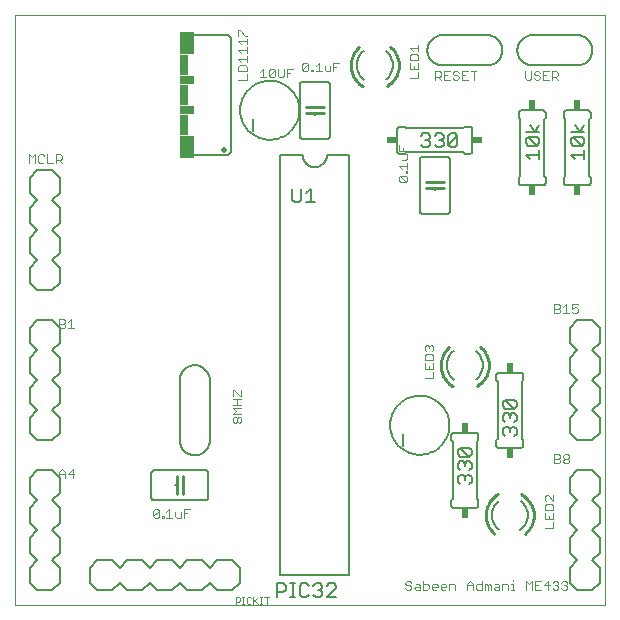
<source format=gto>
G75*
G70*
%OFA0B0*%
%FSLAX24Y24*%
%IPPOS*%
%LPD*%
%AMOC8*
5,1,8,0,0,1.08239X$1,22.5*
%
%ADD10C,0.0000*%
%ADD11C,0.0030*%
%ADD12C,0.0060*%
%ADD13C,0.0050*%
%ADD14R,0.0240X0.0340*%
%ADD15R,0.0340X0.0240*%
%ADD16C,0.0080*%
%ADD17C,0.0200*%
%ADD18R,0.0500X0.0750*%
%ADD19R,0.0300X0.0700*%
%ADD20R,0.0500X0.0300*%
%ADD21C,0.0100*%
%ADD22C,0.0020*%
D10*
X000181Y000181D02*
X000181Y019866D01*
X019866Y019866D01*
X019866Y000181D01*
X000181Y000181D01*
D11*
X001666Y004416D02*
X001666Y004610D01*
X001763Y004707D01*
X001860Y004610D01*
X001860Y004416D01*
X001860Y004562D02*
X001666Y004562D01*
X001961Y004562D02*
X002155Y004562D01*
X002106Y004707D02*
X002106Y004416D01*
X001961Y004562D02*
X002106Y004707D01*
X004796Y003338D02*
X004796Y003145D01*
X004990Y003338D01*
X004990Y003145D01*
X004942Y003096D01*
X004845Y003096D01*
X004796Y003145D01*
X004796Y003338D02*
X004845Y003387D01*
X004942Y003387D01*
X004990Y003338D01*
X005091Y003145D02*
X005139Y003145D01*
X005139Y003096D01*
X005091Y003096D01*
X005091Y003145D01*
X005238Y003096D02*
X005432Y003096D01*
X005335Y003096D02*
X005335Y003387D01*
X005238Y003290D01*
X005533Y003290D02*
X005533Y003145D01*
X005581Y003096D01*
X005726Y003096D01*
X005726Y003290D01*
X005828Y003242D02*
X005924Y003242D01*
X005828Y003387D02*
X006021Y003387D01*
X005828Y003387D02*
X005828Y003096D01*
X007495Y006268D02*
X007543Y006268D01*
X007591Y006316D01*
X007591Y006413D01*
X007640Y006461D01*
X007688Y006461D01*
X007736Y006413D01*
X007736Y006316D01*
X007688Y006268D01*
X007640Y006268D01*
X007591Y006316D01*
X007591Y006413D02*
X007543Y006461D01*
X007495Y006461D01*
X007446Y006413D01*
X007446Y006316D01*
X007495Y006268D01*
X007446Y006562D02*
X007543Y006659D01*
X007446Y006756D01*
X007736Y006756D01*
X007736Y006857D02*
X007446Y006857D01*
X007591Y006857D02*
X007591Y007051D01*
X007688Y007152D02*
X007736Y007152D01*
X007736Y007345D01*
X007688Y007152D02*
X007495Y007345D01*
X007446Y007345D01*
X007446Y007152D01*
X007446Y007051D02*
X007736Y007051D01*
X007736Y006562D02*
X007446Y006562D01*
X002155Y009416D02*
X001961Y009416D01*
X002058Y009416D02*
X002058Y009707D01*
X001961Y009610D01*
X001860Y009610D02*
X001812Y009562D01*
X001666Y009562D01*
X001666Y009707D02*
X001666Y009416D01*
X001812Y009416D01*
X001860Y009465D01*
X001860Y009513D01*
X001812Y009562D01*
X001860Y009610D02*
X001860Y009658D01*
X001812Y009707D01*
X001666Y009707D01*
X001744Y014916D02*
X001647Y015013D01*
X001695Y015013D02*
X001550Y015013D01*
X001550Y014916D02*
X001550Y015207D01*
X001695Y015207D01*
X001744Y015158D01*
X001744Y015062D01*
X001695Y015013D01*
X001449Y014916D02*
X001256Y014916D01*
X001256Y015207D01*
X001155Y015158D02*
X001106Y015207D01*
X001009Y015207D01*
X000961Y015158D01*
X000961Y014965D01*
X001009Y014916D01*
X001106Y014916D01*
X001155Y014965D01*
X000860Y014916D02*
X000860Y015207D01*
X000763Y015110D01*
X000666Y015207D01*
X000666Y014916D01*
X007626Y017696D02*
X007916Y017696D01*
X007916Y017890D01*
X007916Y017991D02*
X007626Y017991D01*
X007626Y018136D01*
X007675Y018185D01*
X007868Y018185D01*
X007916Y018136D01*
X007916Y017991D01*
X007916Y018286D02*
X007916Y018479D01*
X007916Y018382D02*
X007626Y018382D01*
X007723Y018286D01*
X007723Y018580D02*
X007626Y018677D01*
X007916Y018677D01*
X007916Y018580D02*
X007916Y018774D01*
X007916Y018875D02*
X007916Y019068D01*
X007916Y018972D02*
X007626Y018972D01*
X007723Y018875D01*
X007626Y019170D02*
X007626Y019363D01*
X007675Y019363D01*
X007868Y019170D01*
X007916Y019170D01*
X008465Y018067D02*
X008465Y017776D01*
X008561Y017776D02*
X008368Y017776D01*
X008368Y017970D02*
X008465Y018067D01*
X008662Y018018D02*
X008662Y017825D01*
X008856Y018018D01*
X008856Y017825D01*
X008808Y017776D01*
X008711Y017776D01*
X008662Y017825D01*
X008662Y018018D02*
X008711Y018067D01*
X008808Y018067D01*
X008856Y018018D01*
X008957Y018067D02*
X008957Y017825D01*
X009005Y017776D01*
X009102Y017776D01*
X009151Y017825D01*
X009151Y018067D01*
X009252Y018067D02*
X009252Y017776D01*
X009252Y017922D02*
X009349Y017922D01*
X009445Y018067D02*
X009252Y018067D01*
X009771Y018025D02*
X009964Y018218D01*
X009964Y018025D01*
X009916Y017976D01*
X009819Y017976D01*
X009771Y018025D01*
X009771Y018218D01*
X009819Y018267D01*
X009916Y018267D01*
X009964Y018218D01*
X010065Y018025D02*
X010114Y018025D01*
X010114Y017976D01*
X010065Y017976D01*
X010065Y018025D01*
X010212Y017976D02*
X010406Y017976D01*
X010309Y017976D02*
X010309Y018267D01*
X010212Y018170D01*
X010507Y018170D02*
X010507Y018025D01*
X010555Y017976D01*
X010701Y017976D01*
X010701Y018170D01*
X010802Y018122D02*
X010899Y018122D01*
X010995Y018267D02*
X010802Y018267D01*
X010802Y017976D01*
X013346Y018062D02*
X013636Y018062D01*
X013636Y018256D01*
X013636Y018357D02*
X013636Y018502D01*
X013588Y018551D01*
X013395Y018551D01*
X013346Y018502D01*
X013346Y018357D01*
X013636Y018357D01*
X013491Y018159D02*
X013491Y018062D01*
X013346Y018062D02*
X013346Y018256D01*
X013443Y018652D02*
X013346Y018749D01*
X013636Y018749D01*
X013636Y018845D02*
X013636Y018652D01*
X014196Y017987D02*
X014342Y017987D01*
X014390Y017938D01*
X014390Y017842D01*
X014342Y017793D01*
X014196Y017793D01*
X014196Y017696D02*
X014196Y017987D01*
X014293Y017793D02*
X014390Y017696D01*
X014491Y017696D02*
X014685Y017696D01*
X014786Y017745D02*
X014834Y017696D01*
X014931Y017696D01*
X014979Y017745D01*
X014979Y017793D01*
X014931Y017842D01*
X014834Y017842D01*
X014786Y017890D01*
X014786Y017938D01*
X014834Y017987D01*
X014931Y017987D01*
X014979Y017938D01*
X015080Y017987D02*
X015080Y017696D01*
X015274Y017696D01*
X015177Y017842D02*
X015080Y017842D01*
X015080Y017987D02*
X015274Y017987D01*
X015375Y017987D02*
X015568Y017987D01*
X015472Y017987D02*
X015472Y017696D01*
X014685Y017987D02*
X014491Y017987D01*
X014491Y017696D01*
X014491Y017842D02*
X014588Y017842D01*
X013636Y017768D02*
X013636Y017961D01*
X013636Y017768D02*
X013346Y017768D01*
X012976Y015521D02*
X012976Y015328D01*
X013266Y015328D01*
X013266Y015226D02*
X013073Y015226D01*
X013121Y015328D02*
X013121Y015424D01*
X013266Y015226D02*
X013266Y015081D01*
X013218Y015033D01*
X013073Y015033D01*
X013266Y014932D02*
X013266Y014738D01*
X013266Y014835D02*
X012976Y014835D01*
X013073Y014738D01*
X013218Y014639D02*
X013266Y014639D01*
X013266Y014591D01*
X013218Y014591D01*
X013218Y014639D01*
X013218Y014490D02*
X013025Y014490D01*
X013218Y014296D01*
X013266Y014345D01*
X013266Y014442D01*
X013218Y014490D01*
X013025Y014490D02*
X012976Y014442D01*
X012976Y014345D01*
X013025Y014296D01*
X013218Y014296D01*
X017196Y017745D02*
X017245Y017696D01*
X017342Y017696D01*
X017390Y017745D01*
X017390Y017987D01*
X017491Y017938D02*
X017539Y017987D01*
X017636Y017987D01*
X017685Y017938D01*
X017636Y017842D02*
X017685Y017793D01*
X017685Y017745D01*
X017636Y017696D01*
X017539Y017696D01*
X017491Y017745D01*
X017539Y017842D02*
X017636Y017842D01*
X017539Y017842D02*
X017491Y017890D01*
X017491Y017938D01*
X017196Y017987D02*
X017196Y017745D01*
X017786Y017696D02*
X017979Y017696D01*
X018080Y017696D02*
X018080Y017987D01*
X018225Y017987D01*
X018274Y017938D01*
X018274Y017842D01*
X018225Y017793D01*
X018080Y017793D01*
X018177Y017793D02*
X018274Y017696D01*
X017979Y017987D02*
X017786Y017987D01*
X017786Y017696D01*
X017786Y017842D02*
X017882Y017842D01*
X018166Y010207D02*
X018312Y010207D01*
X018360Y010158D01*
X018360Y010110D01*
X018312Y010062D01*
X018166Y010062D01*
X018166Y010207D02*
X018166Y009916D01*
X018312Y009916D01*
X018360Y009965D01*
X018360Y010013D01*
X018312Y010062D01*
X018461Y010110D02*
X018558Y010207D01*
X018558Y009916D01*
X018461Y009916D02*
X018655Y009916D01*
X018756Y009965D02*
X018804Y009916D01*
X018901Y009916D01*
X018949Y009965D01*
X018949Y010062D01*
X018901Y010110D01*
X018852Y010110D01*
X018756Y010062D01*
X018756Y010207D01*
X018949Y010207D01*
X014136Y008797D02*
X014136Y008700D01*
X014088Y008652D01*
X014088Y008551D02*
X013895Y008551D01*
X013846Y008502D01*
X013846Y008357D01*
X014136Y008357D01*
X014136Y008502D01*
X014088Y008551D01*
X013895Y008652D02*
X013846Y008700D01*
X013846Y008797D01*
X013895Y008845D01*
X013943Y008845D01*
X013991Y008797D01*
X014040Y008845D01*
X014088Y008845D01*
X014136Y008797D01*
X013991Y008797D02*
X013991Y008749D01*
X013846Y008256D02*
X013846Y008062D01*
X014136Y008062D01*
X014136Y008256D01*
X013991Y008159D02*
X013991Y008062D01*
X014136Y007961D02*
X014136Y007768D01*
X013846Y007768D01*
X017846Y003797D02*
X017846Y003700D01*
X017895Y003652D01*
X017895Y003551D02*
X017846Y003502D01*
X017846Y003357D01*
X018136Y003357D01*
X018136Y003502D01*
X018088Y003551D01*
X017895Y003551D01*
X018136Y003652D02*
X017943Y003845D01*
X017895Y003845D01*
X017846Y003797D01*
X018136Y003845D02*
X018136Y003652D01*
X018136Y003256D02*
X018136Y003062D01*
X017846Y003062D01*
X017846Y003256D01*
X017991Y003159D02*
X017991Y003062D01*
X018136Y002961D02*
X018136Y002768D01*
X017846Y002768D01*
X016781Y001035D02*
X016781Y000987D01*
X016781Y000890D02*
X016781Y000696D01*
X016829Y000696D02*
X016732Y000696D01*
X016631Y000696D02*
X016631Y000842D01*
X016583Y000890D01*
X016438Y000890D01*
X016438Y000696D01*
X016336Y000696D02*
X016336Y000842D01*
X016288Y000890D01*
X016191Y000890D01*
X016191Y000793D02*
X016143Y000745D01*
X016191Y000696D01*
X016336Y000696D01*
X016336Y000793D02*
X016191Y000793D01*
X016042Y000842D02*
X016042Y000696D01*
X015945Y000696D02*
X015945Y000842D01*
X015993Y000890D01*
X016042Y000842D01*
X015945Y000842D02*
X015897Y000890D01*
X015848Y000890D01*
X015848Y000696D01*
X015747Y000696D02*
X015747Y000987D01*
X015747Y000890D02*
X015602Y000890D01*
X015554Y000842D01*
X015554Y000745D01*
X015602Y000696D01*
X015747Y000696D01*
X015452Y000696D02*
X015452Y000890D01*
X015356Y000987D01*
X015259Y000890D01*
X015259Y000696D01*
X015259Y000842D02*
X015452Y000842D01*
X014863Y000842D02*
X014863Y000696D01*
X014863Y000842D02*
X014815Y000890D01*
X014670Y000890D01*
X014670Y000696D01*
X014568Y000793D02*
X014568Y000842D01*
X014520Y000890D01*
X014423Y000890D01*
X014375Y000842D01*
X014375Y000745D01*
X014423Y000696D01*
X014520Y000696D01*
X014568Y000793D02*
X014375Y000793D01*
X014274Y000793D02*
X014080Y000793D01*
X014080Y000745D02*
X014080Y000842D01*
X014129Y000890D01*
X014225Y000890D01*
X014274Y000842D01*
X014274Y000793D01*
X014225Y000696D02*
X014129Y000696D01*
X014080Y000745D01*
X013979Y000745D02*
X013979Y000842D01*
X013931Y000890D01*
X013786Y000890D01*
X013786Y000987D02*
X013786Y000696D01*
X013931Y000696D01*
X013979Y000745D01*
X013685Y000793D02*
X013539Y000793D01*
X013491Y000745D01*
X013539Y000696D01*
X013685Y000696D01*
X013685Y000842D01*
X013636Y000890D01*
X013539Y000890D01*
X013390Y000938D02*
X013342Y000987D01*
X013245Y000987D01*
X013196Y000938D01*
X013196Y000890D01*
X013245Y000842D01*
X013342Y000842D01*
X013390Y000793D01*
X013390Y000745D01*
X013342Y000696D01*
X013245Y000696D01*
X013196Y000745D01*
X016732Y000890D02*
X016781Y000890D01*
X017223Y000987D02*
X017223Y000696D01*
X017417Y000696D02*
X017417Y000987D01*
X017320Y000890D01*
X017223Y000987D01*
X017518Y000987D02*
X017518Y000696D01*
X017711Y000696D01*
X017615Y000842D02*
X017518Y000842D01*
X017518Y000987D02*
X017711Y000987D01*
X017813Y000842D02*
X018006Y000842D01*
X018107Y000938D02*
X018156Y000987D01*
X018252Y000987D01*
X018301Y000938D01*
X018301Y000890D01*
X018252Y000842D01*
X018301Y000793D01*
X018301Y000745D01*
X018252Y000696D01*
X018156Y000696D01*
X018107Y000745D01*
X018204Y000842D02*
X018252Y000842D01*
X018402Y000938D02*
X018450Y000987D01*
X018547Y000987D01*
X018595Y000938D01*
X018595Y000890D01*
X018547Y000842D01*
X018595Y000793D01*
X018595Y000745D01*
X018547Y000696D01*
X018450Y000696D01*
X018402Y000745D01*
X018499Y000842D02*
X018547Y000842D01*
X017958Y000696D02*
X017958Y000987D01*
X017813Y000842D01*
X018166Y004916D02*
X018312Y004916D01*
X018360Y004965D01*
X018360Y005013D01*
X018312Y005062D01*
X018166Y005062D01*
X018166Y005207D02*
X018166Y004916D01*
X018312Y005062D02*
X018360Y005110D01*
X018360Y005158D01*
X018312Y005207D01*
X018166Y005207D01*
X018461Y005158D02*
X018461Y005110D01*
X018509Y005062D01*
X018606Y005062D01*
X018655Y005013D01*
X018655Y004965D01*
X018606Y004916D01*
X018509Y004916D01*
X018461Y004965D01*
X018461Y005013D01*
X018509Y005062D01*
X018606Y005062D02*
X018655Y005110D01*
X018655Y005158D01*
X018606Y005207D01*
X018509Y005207D01*
X018461Y005158D01*
D12*
X017131Y005531D02*
X017131Y005681D01*
X017081Y005731D01*
X017081Y007631D01*
X017131Y007681D01*
X017131Y007831D01*
X017129Y007848D01*
X017125Y007865D01*
X017118Y007881D01*
X017108Y007895D01*
X017095Y007908D01*
X017081Y007918D01*
X017065Y007925D01*
X017048Y007929D01*
X017031Y007931D01*
X016331Y007931D01*
X016314Y007929D01*
X016297Y007925D01*
X016281Y007918D01*
X016267Y007908D01*
X016254Y007895D01*
X016244Y007881D01*
X016237Y007865D01*
X016233Y007848D01*
X016231Y007831D01*
X016231Y007681D01*
X016281Y007631D01*
X016281Y005731D01*
X016231Y005681D01*
X016231Y005531D01*
X016233Y005514D01*
X016237Y005497D01*
X016244Y005481D01*
X016254Y005467D01*
X016267Y005454D01*
X016281Y005444D01*
X016297Y005437D01*
X016314Y005433D01*
X016331Y005431D01*
X017031Y005431D01*
X017048Y005433D01*
X017065Y005437D01*
X017081Y005444D01*
X017095Y005454D01*
X017108Y005467D01*
X017118Y005481D01*
X017125Y005497D01*
X017129Y005514D01*
X017131Y005531D01*
X015631Y005681D02*
X015581Y005631D01*
X015581Y003731D01*
X015631Y003681D01*
X015631Y003531D01*
X015629Y003514D01*
X015625Y003497D01*
X015618Y003481D01*
X015608Y003467D01*
X015595Y003454D01*
X015581Y003444D01*
X015565Y003437D01*
X015548Y003433D01*
X015531Y003431D01*
X014831Y003431D01*
X014814Y003433D01*
X014797Y003437D01*
X014781Y003444D01*
X014767Y003454D01*
X014754Y003467D01*
X014744Y003481D01*
X014737Y003497D01*
X014733Y003514D01*
X014731Y003531D01*
X014731Y003681D01*
X014781Y003731D01*
X014781Y005631D01*
X014731Y005681D01*
X014731Y005831D01*
X014733Y005848D01*
X014737Y005865D01*
X014744Y005881D01*
X014754Y005895D01*
X014767Y005908D01*
X014781Y005918D01*
X014797Y005925D01*
X014814Y005929D01*
X014831Y005931D01*
X015531Y005931D01*
X015548Y005929D01*
X015565Y005925D01*
X015581Y005918D01*
X015595Y005908D01*
X015608Y005895D01*
X015618Y005881D01*
X015625Y005865D01*
X015629Y005848D01*
X015631Y005831D01*
X015631Y005681D01*
X015549Y007707D02*
X015584Y007737D01*
X015617Y007768D01*
X015647Y007803D01*
X015674Y007839D01*
X015698Y007877D01*
X015720Y007917D01*
X015738Y007959D01*
X015754Y008002D01*
X015766Y008046D01*
X015774Y008090D01*
X015779Y008136D01*
X015781Y008181D01*
X015779Y008226D01*
X015774Y008272D01*
X015766Y008316D01*
X015754Y008360D01*
X015738Y008403D01*
X015720Y008445D01*
X015698Y008485D01*
X015674Y008523D01*
X015647Y008559D01*
X015617Y008594D01*
X015584Y008625D01*
X015549Y008655D01*
X014581Y008181D02*
X014583Y008135D01*
X014588Y008089D01*
X014597Y008043D01*
X014609Y007998D01*
X014625Y007955D01*
X014644Y007913D01*
X014667Y007872D01*
X014692Y007833D01*
X014720Y007797D01*
X014751Y007762D01*
X014785Y007730D01*
X014821Y007701D01*
X014581Y008181D02*
X014583Y008228D01*
X014589Y008276D01*
X014598Y008322D01*
X014611Y008368D01*
X014627Y008412D01*
X014647Y008456D01*
X014671Y008497D01*
X014697Y008536D01*
X014727Y008573D01*
X014760Y008608D01*
X014795Y008640D01*
X014832Y008669D01*
X014581Y013231D02*
X013781Y013231D01*
X013764Y013233D01*
X013747Y013237D01*
X013731Y013244D01*
X013717Y013254D01*
X013704Y013267D01*
X013694Y013281D01*
X013687Y013297D01*
X013683Y013314D01*
X013681Y013331D01*
X013681Y015031D01*
X013683Y015048D01*
X013687Y015065D01*
X013694Y015081D01*
X013704Y015095D01*
X013717Y015108D01*
X013731Y015118D01*
X013747Y015125D01*
X013764Y015129D01*
X013781Y015131D01*
X014581Y015131D01*
X014598Y015129D01*
X014615Y015125D01*
X014631Y015118D01*
X014645Y015108D01*
X014658Y015095D01*
X014668Y015081D01*
X014675Y015065D01*
X014679Y015048D01*
X014681Y015031D01*
X014681Y013331D01*
X014679Y013314D01*
X014675Y013297D01*
X014668Y013281D01*
X014658Y013267D01*
X014645Y013254D01*
X014631Y013244D01*
X014615Y013237D01*
X014598Y013233D01*
X014581Y013231D01*
X014181Y014031D02*
X014181Y014081D01*
X014181Y014281D02*
X014181Y014331D01*
X013231Y015281D02*
X015131Y015281D01*
X015181Y015231D01*
X015331Y015231D01*
X015348Y015233D01*
X015365Y015237D01*
X015381Y015244D01*
X015395Y015254D01*
X015408Y015267D01*
X015418Y015281D01*
X015425Y015297D01*
X015429Y015314D01*
X015431Y015331D01*
X015431Y016031D01*
X015429Y016048D01*
X015425Y016065D01*
X015418Y016081D01*
X015408Y016095D01*
X015395Y016108D01*
X015381Y016118D01*
X015365Y016125D01*
X015348Y016129D01*
X015331Y016131D01*
X015181Y016131D01*
X015131Y016081D01*
X013231Y016081D01*
X013181Y016131D01*
X013031Y016131D01*
X013014Y016129D01*
X012997Y016125D01*
X012981Y016118D01*
X012967Y016108D01*
X012954Y016095D01*
X012944Y016081D01*
X012937Y016065D01*
X012933Y016048D01*
X012931Y016031D01*
X012931Y015331D01*
X012933Y015314D01*
X012937Y015297D01*
X012944Y015281D01*
X012954Y015267D01*
X012967Y015254D01*
X012981Y015244D01*
X012997Y015237D01*
X013014Y015233D01*
X013031Y015231D01*
X013181Y015231D01*
X013231Y015281D01*
X011331Y015181D02*
X010581Y015181D01*
X010579Y015142D01*
X010573Y015103D01*
X010564Y015065D01*
X010551Y015028D01*
X010534Y014992D01*
X010514Y014959D01*
X010490Y014927D01*
X010464Y014898D01*
X010435Y014872D01*
X010403Y014848D01*
X010370Y014828D01*
X010334Y014811D01*
X010297Y014798D01*
X010259Y014789D01*
X010220Y014783D01*
X010181Y014781D01*
X010142Y014783D01*
X010103Y014789D01*
X010065Y014798D01*
X010028Y014811D01*
X009992Y014828D01*
X009959Y014848D01*
X009927Y014872D01*
X009898Y014898D01*
X009872Y014927D01*
X009848Y014959D01*
X009828Y014992D01*
X009811Y015028D01*
X009798Y015065D01*
X009789Y015103D01*
X009783Y015142D01*
X009781Y015181D01*
X009031Y015181D01*
X009031Y001181D01*
X011331Y001181D01*
X011331Y015181D01*
X010681Y015831D02*
X010681Y017531D01*
X010679Y017548D01*
X010675Y017565D01*
X010668Y017581D01*
X010658Y017595D01*
X010645Y017608D01*
X010631Y017618D01*
X010615Y017625D01*
X010598Y017629D01*
X010581Y017631D01*
X009781Y017631D01*
X009764Y017629D01*
X009747Y017625D01*
X009731Y017618D01*
X009717Y017608D01*
X009704Y017595D01*
X009694Y017581D01*
X009687Y017565D01*
X009683Y017548D01*
X009681Y017531D01*
X009681Y015831D01*
X009683Y015814D01*
X009687Y015797D01*
X009694Y015781D01*
X009704Y015767D01*
X009717Y015754D01*
X009731Y015744D01*
X009747Y015737D01*
X009764Y015733D01*
X009781Y015731D01*
X010581Y015731D01*
X010598Y015733D01*
X010615Y015737D01*
X010631Y015744D01*
X010645Y015754D01*
X010658Y015767D01*
X010668Y015781D01*
X010675Y015797D01*
X010679Y015814D01*
X010681Y015831D01*
X010181Y016531D02*
X010181Y016581D01*
X010181Y016781D02*
X010181Y016831D01*
X012549Y017707D02*
X012584Y017737D01*
X012617Y017768D01*
X012647Y017803D01*
X012674Y017839D01*
X012698Y017877D01*
X012720Y017917D01*
X012738Y017959D01*
X012754Y018002D01*
X012766Y018046D01*
X012774Y018090D01*
X012779Y018136D01*
X012781Y018181D01*
X012779Y018226D01*
X012774Y018272D01*
X012766Y018316D01*
X012754Y018360D01*
X012738Y018403D01*
X012720Y018445D01*
X012698Y018485D01*
X012674Y018523D01*
X012647Y018559D01*
X012617Y018594D01*
X012584Y018625D01*
X012549Y018655D01*
X011581Y018181D02*
X011583Y018135D01*
X011588Y018089D01*
X011597Y018043D01*
X011609Y017998D01*
X011625Y017955D01*
X011644Y017913D01*
X011667Y017872D01*
X011692Y017833D01*
X011720Y017797D01*
X011751Y017762D01*
X011785Y017730D01*
X011821Y017701D01*
X011581Y018181D02*
X011583Y018228D01*
X011589Y018276D01*
X011598Y018322D01*
X011611Y018368D01*
X011627Y018412D01*
X011647Y018456D01*
X011671Y018497D01*
X011697Y018536D01*
X011727Y018573D01*
X011760Y018608D01*
X011795Y018640D01*
X011832Y018669D01*
X007381Y019081D02*
X007381Y015281D01*
X007281Y015181D01*
X006131Y015181D01*
X007381Y019081D02*
X007281Y019181D01*
X006131Y019181D01*
X016981Y016581D02*
X016981Y016431D01*
X017031Y016381D01*
X017031Y014481D01*
X016981Y014431D01*
X016981Y014281D01*
X016983Y014264D01*
X016987Y014247D01*
X016994Y014231D01*
X017004Y014217D01*
X017017Y014204D01*
X017031Y014194D01*
X017047Y014187D01*
X017064Y014183D01*
X017081Y014181D01*
X017781Y014181D01*
X017798Y014183D01*
X017815Y014187D01*
X017831Y014194D01*
X017845Y014204D01*
X017858Y014217D01*
X017868Y014231D01*
X017875Y014247D01*
X017879Y014264D01*
X017881Y014281D01*
X017881Y014431D01*
X017831Y014481D01*
X017831Y016381D01*
X017881Y016431D01*
X017881Y016581D01*
X017879Y016598D01*
X017875Y016615D01*
X017868Y016631D01*
X017858Y016645D01*
X017845Y016658D01*
X017831Y016668D01*
X017815Y016675D01*
X017798Y016679D01*
X017781Y016681D01*
X017081Y016681D01*
X017064Y016679D01*
X017047Y016675D01*
X017031Y016668D01*
X017017Y016658D01*
X017004Y016645D01*
X016994Y016631D01*
X016987Y016615D01*
X016983Y016598D01*
X016981Y016581D01*
X018481Y016581D02*
X018481Y016431D01*
X018531Y016381D01*
X018531Y014481D01*
X018481Y014431D01*
X018481Y014281D01*
X018483Y014264D01*
X018487Y014247D01*
X018494Y014231D01*
X018504Y014217D01*
X018517Y014204D01*
X018531Y014194D01*
X018547Y014187D01*
X018564Y014183D01*
X018581Y014181D01*
X019281Y014181D01*
X019298Y014183D01*
X019315Y014187D01*
X019331Y014194D01*
X019345Y014204D01*
X019358Y014217D01*
X019368Y014231D01*
X019375Y014247D01*
X019379Y014264D01*
X019381Y014281D01*
X019381Y014431D01*
X019331Y014481D01*
X019331Y016381D01*
X019381Y016431D01*
X019381Y016581D01*
X019379Y016598D01*
X019375Y016615D01*
X019368Y016631D01*
X019358Y016645D01*
X019345Y016658D01*
X019331Y016668D01*
X019315Y016675D01*
X019298Y016679D01*
X019281Y016681D01*
X018581Y016681D01*
X018564Y016679D01*
X018547Y016675D01*
X018531Y016668D01*
X018517Y016658D01*
X018504Y016645D01*
X018494Y016631D01*
X018487Y016615D01*
X018483Y016598D01*
X018481Y016581D01*
X006531Y004681D02*
X004831Y004681D01*
X004814Y004679D01*
X004797Y004675D01*
X004781Y004668D01*
X004767Y004658D01*
X004754Y004645D01*
X004744Y004631D01*
X004737Y004615D01*
X004733Y004598D01*
X004731Y004581D01*
X004731Y003781D01*
X004733Y003764D01*
X004737Y003747D01*
X004744Y003731D01*
X004754Y003717D01*
X004767Y003704D01*
X004781Y003694D01*
X004797Y003687D01*
X004814Y003683D01*
X004831Y003681D01*
X006531Y003681D01*
X006548Y003683D01*
X006565Y003687D01*
X006581Y003694D01*
X006595Y003704D01*
X006608Y003717D01*
X006618Y003731D01*
X006625Y003747D01*
X006629Y003764D01*
X006631Y003781D01*
X006631Y004581D01*
X006629Y004598D01*
X006625Y004615D01*
X006618Y004631D01*
X006608Y004645D01*
X006595Y004658D01*
X006581Y004668D01*
X006565Y004675D01*
X006548Y004679D01*
X006531Y004681D01*
X005831Y004181D02*
X005781Y004181D01*
X005581Y004181D02*
X005531Y004181D01*
X016081Y003181D02*
X016083Y003226D01*
X016088Y003272D01*
X016096Y003316D01*
X016108Y003360D01*
X016124Y003403D01*
X016142Y003445D01*
X016164Y003485D01*
X016188Y003523D01*
X016215Y003559D01*
X016245Y003594D01*
X016278Y003625D01*
X016313Y003655D01*
X016081Y003181D02*
X016083Y003136D01*
X016088Y003090D01*
X016096Y003046D01*
X016108Y003002D01*
X016124Y002959D01*
X016142Y002917D01*
X016164Y002877D01*
X016188Y002839D01*
X016215Y002803D01*
X016245Y002768D01*
X016278Y002737D01*
X016313Y002707D01*
X017281Y003181D02*
X017279Y003227D01*
X017274Y003273D01*
X017265Y003319D01*
X017253Y003364D01*
X017237Y003407D01*
X017218Y003449D01*
X017195Y003490D01*
X017170Y003529D01*
X017142Y003565D01*
X017111Y003600D01*
X017077Y003632D01*
X017041Y003661D01*
X017281Y003181D02*
X017279Y003134D01*
X017273Y003086D01*
X017264Y003040D01*
X017251Y002994D01*
X017235Y002950D01*
X017215Y002906D01*
X017191Y002865D01*
X017165Y002826D01*
X017135Y002789D01*
X017102Y002754D01*
X017067Y002722D01*
X017030Y002693D01*
D13*
X015406Y004290D02*
X015331Y004215D01*
X015406Y004290D02*
X015406Y004440D01*
X015331Y004516D01*
X015256Y004516D01*
X015181Y004440D01*
X015181Y004365D01*
X015181Y004440D02*
X015106Y004516D01*
X015031Y004516D01*
X014956Y004440D01*
X014956Y004290D01*
X015031Y004215D01*
X015031Y004676D02*
X014956Y004751D01*
X014956Y004901D01*
X015031Y004976D01*
X015106Y004976D01*
X015181Y004901D01*
X015256Y004976D01*
X015331Y004976D01*
X015406Y004901D01*
X015406Y004751D01*
X015331Y004676D01*
X015181Y004826D02*
X015181Y004901D01*
X015031Y005136D02*
X014956Y005211D01*
X014956Y005361D01*
X015031Y005436D01*
X015331Y005136D01*
X015406Y005211D01*
X015406Y005361D01*
X015331Y005436D01*
X015031Y005436D01*
X015031Y005136D02*
X015331Y005136D01*
X016456Y005891D02*
X016456Y006042D01*
X016531Y006117D01*
X016606Y006117D01*
X016681Y006042D01*
X016756Y006117D01*
X016831Y006117D01*
X016906Y006042D01*
X016906Y005891D01*
X016831Y005816D01*
X016681Y005967D02*
X016681Y006042D01*
X016456Y005891D02*
X016531Y005816D01*
X016531Y006277D02*
X016456Y006352D01*
X016456Y006502D01*
X016531Y006577D01*
X016606Y006577D01*
X016681Y006502D01*
X016756Y006577D01*
X016831Y006577D01*
X016906Y006502D01*
X016906Y006352D01*
X016831Y006277D01*
X016681Y006427D02*
X016681Y006502D01*
X016531Y006737D02*
X016456Y006812D01*
X016456Y006962D01*
X016531Y007037D01*
X016831Y006737D01*
X016906Y006812D01*
X016906Y006962D01*
X016831Y007037D01*
X016531Y007037D01*
X016531Y006737D02*
X016831Y006737D01*
X010896Y000832D02*
X010896Y000757D01*
X010596Y000456D01*
X010896Y000456D01*
X010896Y000832D02*
X010821Y000907D01*
X010671Y000907D01*
X010596Y000832D01*
X010436Y000832D02*
X010436Y000757D01*
X010361Y000682D01*
X010436Y000607D01*
X010436Y000531D01*
X010361Y000456D01*
X010211Y000456D01*
X010136Y000531D01*
X009975Y000531D02*
X009900Y000456D01*
X009750Y000456D01*
X009675Y000531D01*
X009675Y000832D01*
X009750Y000907D01*
X009900Y000907D01*
X009975Y000832D01*
X010136Y000832D02*
X010211Y000907D01*
X010361Y000907D01*
X010436Y000832D01*
X010361Y000682D02*
X010286Y000682D01*
X009518Y000907D02*
X009368Y000907D01*
X009443Y000907D02*
X009443Y000456D01*
X009368Y000456D02*
X009518Y000456D01*
X009208Y000682D02*
X009133Y000607D01*
X008908Y000607D01*
X008908Y000456D02*
X008908Y000907D01*
X009133Y000907D01*
X009208Y000832D01*
X009208Y000682D01*
X006681Y005681D02*
X006681Y007681D01*
X006679Y007725D01*
X006673Y007768D01*
X006664Y007810D01*
X006651Y007852D01*
X006634Y007892D01*
X006614Y007931D01*
X006591Y007968D01*
X006564Y008002D01*
X006535Y008035D01*
X006502Y008064D01*
X006468Y008091D01*
X006431Y008114D01*
X006392Y008134D01*
X006352Y008151D01*
X006310Y008164D01*
X006268Y008173D01*
X006225Y008179D01*
X006181Y008181D01*
X006137Y008179D01*
X006094Y008173D01*
X006052Y008164D01*
X006010Y008151D01*
X005970Y008134D01*
X005931Y008114D01*
X005894Y008091D01*
X005860Y008064D01*
X005827Y008035D01*
X005798Y008002D01*
X005771Y007968D01*
X005748Y007931D01*
X005728Y007892D01*
X005711Y007852D01*
X005698Y007810D01*
X005689Y007768D01*
X005683Y007725D01*
X005681Y007681D01*
X005681Y005681D01*
X005683Y005637D01*
X005689Y005594D01*
X005698Y005552D01*
X005711Y005510D01*
X005728Y005470D01*
X005748Y005431D01*
X005771Y005394D01*
X005798Y005360D01*
X005827Y005327D01*
X005860Y005298D01*
X005894Y005271D01*
X005931Y005248D01*
X005970Y005228D01*
X006010Y005211D01*
X006052Y005198D01*
X006094Y005189D01*
X006137Y005183D01*
X006181Y005181D01*
X006225Y005183D01*
X006268Y005189D01*
X006310Y005198D01*
X006352Y005211D01*
X006392Y005228D01*
X006431Y005248D01*
X006468Y005271D01*
X006502Y005298D01*
X006535Y005327D01*
X006564Y005360D01*
X006591Y005394D01*
X006614Y005431D01*
X006634Y005470D01*
X006651Y005510D01*
X006664Y005552D01*
X006673Y005594D01*
X006679Y005637D01*
X006681Y005681D01*
X009511Y013606D02*
X009661Y013606D01*
X009736Y013681D01*
X009736Y014057D01*
X009896Y013907D02*
X010046Y014057D01*
X010046Y013606D01*
X009896Y013606D02*
X010196Y013606D01*
X009511Y013606D02*
X009436Y013681D01*
X009436Y014057D01*
X013715Y015531D02*
X013790Y015456D01*
X013940Y015456D01*
X014016Y015531D01*
X014016Y015607D01*
X013940Y015682D01*
X013865Y015682D01*
X013940Y015682D02*
X014016Y015757D01*
X014016Y015832D01*
X013940Y015907D01*
X013790Y015907D01*
X013715Y015832D01*
X014176Y015832D02*
X014251Y015907D01*
X014401Y015907D01*
X014476Y015832D01*
X014476Y015757D01*
X014401Y015682D01*
X014476Y015607D01*
X014476Y015531D01*
X014401Y015456D01*
X014251Y015456D01*
X014176Y015531D01*
X014326Y015682D02*
X014401Y015682D01*
X014636Y015832D02*
X014636Y015531D01*
X014936Y015832D01*
X014936Y015531D01*
X014861Y015456D01*
X014711Y015456D01*
X014636Y015531D01*
X014636Y015832D02*
X014711Y015907D01*
X014861Y015907D01*
X014936Y015832D01*
X017206Y015728D02*
X017206Y015577D01*
X017281Y015502D01*
X017581Y015502D01*
X017281Y015803D01*
X017581Y015803D01*
X017656Y015728D01*
X017656Y015577D01*
X017581Y015502D01*
X017656Y015342D02*
X017656Y015042D01*
X017656Y015192D02*
X017206Y015192D01*
X017356Y015042D01*
X017206Y015728D02*
X017281Y015803D01*
X017206Y015963D02*
X017656Y015963D01*
X017506Y015963D02*
X017356Y016188D01*
X017506Y015963D02*
X017656Y016188D01*
X018706Y015963D02*
X019156Y015963D01*
X019006Y015963D02*
X018856Y016188D01*
X019006Y015963D02*
X019156Y016188D01*
X019081Y015803D02*
X018781Y015803D01*
X019081Y015502D01*
X019156Y015577D01*
X019156Y015728D01*
X019081Y015803D01*
X018781Y015803D02*
X018706Y015728D01*
X018706Y015577D01*
X018781Y015502D01*
X019081Y015502D01*
X019156Y015342D02*
X019156Y015042D01*
X019156Y015192D02*
X018706Y015192D01*
X018856Y015042D01*
X018931Y018181D02*
X017431Y018181D01*
X017387Y018183D01*
X017344Y018189D01*
X017302Y018198D01*
X017260Y018211D01*
X017220Y018228D01*
X017181Y018248D01*
X017144Y018271D01*
X017110Y018298D01*
X017077Y018327D01*
X017048Y018360D01*
X017021Y018394D01*
X016998Y018431D01*
X016978Y018470D01*
X016961Y018510D01*
X016948Y018552D01*
X016939Y018594D01*
X016933Y018637D01*
X016931Y018681D01*
X016933Y018725D01*
X016939Y018768D01*
X016948Y018810D01*
X016961Y018852D01*
X016978Y018892D01*
X016998Y018931D01*
X017021Y018968D01*
X017048Y019002D01*
X017077Y019035D01*
X017110Y019064D01*
X017144Y019091D01*
X017181Y019114D01*
X017220Y019134D01*
X017260Y019151D01*
X017302Y019164D01*
X017344Y019173D01*
X017387Y019179D01*
X017431Y019181D01*
X018931Y019181D01*
X018975Y019179D01*
X019018Y019173D01*
X019060Y019164D01*
X019102Y019151D01*
X019142Y019134D01*
X019181Y019114D01*
X019218Y019091D01*
X019252Y019064D01*
X019285Y019035D01*
X019314Y019002D01*
X019341Y018968D01*
X019364Y018931D01*
X019384Y018892D01*
X019401Y018852D01*
X019414Y018810D01*
X019423Y018768D01*
X019429Y018725D01*
X019431Y018681D01*
X019429Y018637D01*
X019423Y018594D01*
X019414Y018552D01*
X019401Y018510D01*
X019384Y018470D01*
X019364Y018431D01*
X019341Y018394D01*
X019314Y018360D01*
X019285Y018327D01*
X019252Y018298D01*
X019218Y018271D01*
X019181Y018248D01*
X019142Y018228D01*
X019102Y018211D01*
X019060Y018198D01*
X019018Y018189D01*
X018975Y018183D01*
X018931Y018181D01*
X015931Y018181D02*
X014431Y018181D01*
X014387Y018183D01*
X014344Y018189D01*
X014302Y018198D01*
X014260Y018211D01*
X014220Y018228D01*
X014181Y018248D01*
X014144Y018271D01*
X014110Y018298D01*
X014077Y018327D01*
X014048Y018360D01*
X014021Y018394D01*
X013998Y018431D01*
X013978Y018470D01*
X013961Y018510D01*
X013948Y018552D01*
X013939Y018594D01*
X013933Y018637D01*
X013931Y018681D01*
X013933Y018725D01*
X013939Y018768D01*
X013948Y018810D01*
X013961Y018852D01*
X013978Y018892D01*
X013998Y018931D01*
X014021Y018968D01*
X014048Y019002D01*
X014077Y019035D01*
X014110Y019064D01*
X014144Y019091D01*
X014181Y019114D01*
X014220Y019134D01*
X014260Y019151D01*
X014302Y019164D01*
X014344Y019173D01*
X014387Y019179D01*
X014431Y019181D01*
X015931Y019181D01*
X015975Y019179D01*
X016018Y019173D01*
X016060Y019164D01*
X016102Y019151D01*
X016142Y019134D01*
X016181Y019114D01*
X016218Y019091D01*
X016252Y019064D01*
X016285Y019035D01*
X016314Y019002D01*
X016341Y018968D01*
X016364Y018931D01*
X016384Y018892D01*
X016401Y018852D01*
X016414Y018810D01*
X016423Y018768D01*
X016429Y018725D01*
X016431Y018681D01*
X016429Y018637D01*
X016423Y018594D01*
X016414Y018552D01*
X016401Y018510D01*
X016384Y018470D01*
X016364Y018431D01*
X016341Y018394D01*
X016314Y018360D01*
X016285Y018327D01*
X016252Y018298D01*
X016218Y018271D01*
X016181Y018248D01*
X016142Y018228D01*
X016102Y018211D01*
X016060Y018198D01*
X016018Y018189D01*
X015975Y018183D01*
X015931Y018181D01*
D14*
X017431Y016851D03*
X018931Y016851D03*
X018931Y014011D03*
X017431Y014011D03*
X016681Y008101D03*
X015181Y006101D03*
X016681Y005261D03*
X015181Y003261D03*
D15*
X015601Y015681D03*
X012761Y015681D03*
D16*
X007697Y016681D02*
X007699Y016743D01*
X007705Y016806D01*
X007715Y016867D01*
X007729Y016928D01*
X007746Y016988D01*
X007767Y017047D01*
X007793Y017104D01*
X007821Y017159D01*
X007853Y017213D01*
X007889Y017264D01*
X007927Y017314D01*
X007969Y017360D01*
X008013Y017404D01*
X008061Y017445D01*
X008110Y017483D01*
X008162Y017517D01*
X008216Y017548D01*
X008272Y017576D01*
X008330Y017600D01*
X008389Y017621D01*
X008449Y017637D01*
X008510Y017650D01*
X008572Y017659D01*
X008634Y017664D01*
X008697Y017665D01*
X008759Y017662D01*
X008821Y017655D01*
X008883Y017644D01*
X008943Y017629D01*
X009003Y017611D01*
X009061Y017589D01*
X009118Y017563D01*
X009173Y017533D01*
X009226Y017500D01*
X009277Y017464D01*
X009325Y017425D01*
X009371Y017382D01*
X009414Y017337D01*
X009454Y017289D01*
X009491Y017239D01*
X009525Y017186D01*
X009556Y017132D01*
X009582Y017076D01*
X009606Y017018D01*
X009625Y016958D01*
X009641Y016898D01*
X009653Y016836D01*
X009661Y016775D01*
X009665Y016712D01*
X009665Y016650D01*
X009661Y016587D01*
X009653Y016526D01*
X009641Y016464D01*
X009625Y016404D01*
X009606Y016344D01*
X009582Y016286D01*
X009556Y016230D01*
X009525Y016176D01*
X009491Y016123D01*
X009454Y016073D01*
X009414Y016025D01*
X009371Y015980D01*
X009325Y015937D01*
X009277Y015898D01*
X009226Y015862D01*
X009173Y015829D01*
X009118Y015799D01*
X009061Y015773D01*
X009003Y015751D01*
X008943Y015733D01*
X008883Y015718D01*
X008821Y015707D01*
X008759Y015700D01*
X008697Y015697D01*
X008634Y015698D01*
X008572Y015703D01*
X008510Y015712D01*
X008449Y015725D01*
X008389Y015741D01*
X008330Y015762D01*
X008272Y015786D01*
X008216Y015814D01*
X008162Y015845D01*
X008110Y015879D01*
X008061Y015917D01*
X008013Y015958D01*
X007969Y016002D01*
X007927Y016048D01*
X007889Y016098D01*
X007853Y016149D01*
X007821Y016203D01*
X007793Y016258D01*
X007767Y016315D01*
X007746Y016374D01*
X007729Y016434D01*
X007715Y016495D01*
X007705Y016556D01*
X007699Y016619D01*
X007697Y016681D01*
X008131Y016381D02*
X008131Y015981D01*
X001681Y014431D02*
X001681Y013931D01*
X001431Y013681D01*
X001681Y013431D01*
X001681Y012931D01*
X001431Y012681D01*
X001681Y012431D01*
X001681Y011931D01*
X001431Y011681D01*
X001681Y011431D01*
X001681Y010931D01*
X001431Y010681D01*
X000931Y010681D01*
X000681Y010931D01*
X000681Y011431D01*
X000931Y011681D01*
X000681Y011931D01*
X000681Y012431D01*
X000931Y012681D01*
X000681Y012931D01*
X000681Y013431D01*
X000931Y013681D01*
X000681Y013931D01*
X000681Y014431D01*
X000931Y014681D01*
X001431Y014681D01*
X001681Y014431D01*
X001431Y009681D02*
X000931Y009681D01*
X000681Y009431D01*
X000681Y008931D01*
X000931Y008681D01*
X000681Y008431D01*
X000681Y007931D01*
X000931Y007681D01*
X000681Y007431D01*
X000681Y006931D01*
X000931Y006681D01*
X000681Y006431D01*
X000681Y005931D01*
X000931Y005681D01*
X001431Y005681D01*
X001681Y005931D01*
X001681Y006431D01*
X001431Y006681D01*
X001681Y006931D01*
X001681Y007431D01*
X001431Y007681D01*
X001681Y007931D01*
X001681Y008431D01*
X001431Y008681D01*
X001681Y008931D01*
X001681Y009431D01*
X001431Y009681D01*
X001431Y004681D02*
X000931Y004681D01*
X000681Y004431D01*
X000681Y003931D01*
X000931Y003681D01*
X000681Y003431D01*
X000681Y002931D01*
X000931Y002681D01*
X000681Y002431D01*
X000681Y001931D01*
X000931Y001681D01*
X000681Y001431D01*
X000681Y000931D01*
X000931Y000681D01*
X001431Y000681D01*
X001681Y000931D01*
X001681Y001431D01*
X001431Y001681D01*
X001681Y001931D01*
X001681Y002431D01*
X001431Y002681D01*
X001681Y002931D01*
X001681Y003431D01*
X001431Y003681D01*
X001681Y003931D01*
X001681Y004431D01*
X001431Y004681D01*
X002931Y001681D02*
X003431Y001681D01*
X003681Y001431D01*
X003931Y001681D01*
X004431Y001681D01*
X004681Y001431D01*
X004931Y001681D01*
X005431Y001681D01*
X005681Y001431D01*
X005931Y001681D01*
X006431Y001681D01*
X006681Y001431D01*
X006931Y001681D01*
X007431Y001681D01*
X007681Y001431D01*
X007681Y000931D01*
X007431Y000681D01*
X006931Y000681D01*
X006681Y000931D01*
X006431Y000681D01*
X005931Y000681D01*
X005681Y000931D01*
X005431Y000681D01*
X004931Y000681D01*
X004681Y000931D01*
X004431Y000681D01*
X003931Y000681D01*
X003681Y000931D01*
X003431Y000681D01*
X002931Y000681D01*
X002681Y000931D01*
X002681Y001431D01*
X002931Y001681D01*
X013131Y005481D02*
X013131Y005881D01*
X012697Y006181D02*
X012699Y006243D01*
X012705Y006306D01*
X012715Y006367D01*
X012729Y006428D01*
X012746Y006488D01*
X012767Y006547D01*
X012793Y006604D01*
X012821Y006659D01*
X012853Y006713D01*
X012889Y006764D01*
X012927Y006814D01*
X012969Y006860D01*
X013013Y006904D01*
X013061Y006945D01*
X013110Y006983D01*
X013162Y007017D01*
X013216Y007048D01*
X013272Y007076D01*
X013330Y007100D01*
X013389Y007121D01*
X013449Y007137D01*
X013510Y007150D01*
X013572Y007159D01*
X013634Y007164D01*
X013697Y007165D01*
X013759Y007162D01*
X013821Y007155D01*
X013883Y007144D01*
X013943Y007129D01*
X014003Y007111D01*
X014061Y007089D01*
X014118Y007063D01*
X014173Y007033D01*
X014226Y007000D01*
X014277Y006964D01*
X014325Y006925D01*
X014371Y006882D01*
X014414Y006837D01*
X014454Y006789D01*
X014491Y006739D01*
X014525Y006686D01*
X014556Y006632D01*
X014582Y006576D01*
X014606Y006518D01*
X014625Y006458D01*
X014641Y006398D01*
X014653Y006336D01*
X014661Y006275D01*
X014665Y006212D01*
X014665Y006150D01*
X014661Y006087D01*
X014653Y006026D01*
X014641Y005964D01*
X014625Y005904D01*
X014606Y005844D01*
X014582Y005786D01*
X014556Y005730D01*
X014525Y005676D01*
X014491Y005623D01*
X014454Y005573D01*
X014414Y005525D01*
X014371Y005480D01*
X014325Y005437D01*
X014277Y005398D01*
X014226Y005362D01*
X014173Y005329D01*
X014118Y005299D01*
X014061Y005273D01*
X014003Y005251D01*
X013943Y005233D01*
X013883Y005218D01*
X013821Y005207D01*
X013759Y005200D01*
X013697Y005197D01*
X013634Y005198D01*
X013572Y005203D01*
X013510Y005212D01*
X013449Y005225D01*
X013389Y005241D01*
X013330Y005262D01*
X013272Y005286D01*
X013216Y005314D01*
X013162Y005345D01*
X013110Y005379D01*
X013061Y005417D01*
X013013Y005458D01*
X012969Y005502D01*
X012927Y005548D01*
X012889Y005598D01*
X012853Y005649D01*
X012821Y005703D01*
X012793Y005758D01*
X012767Y005815D01*
X012746Y005874D01*
X012729Y005934D01*
X012715Y005995D01*
X012705Y006056D01*
X012699Y006119D01*
X012697Y006181D01*
X018681Y005931D02*
X018681Y006431D01*
X018931Y006681D01*
X018681Y006931D01*
X018681Y007431D01*
X018931Y007681D01*
X018681Y007931D01*
X018681Y008431D01*
X018931Y008681D01*
X018681Y008931D01*
X018681Y009431D01*
X018931Y009681D01*
X019431Y009681D01*
X019681Y009431D01*
X019681Y008931D01*
X019431Y008681D01*
X019681Y008431D01*
X019681Y007931D01*
X019431Y007681D01*
X019681Y007431D01*
X019681Y006931D01*
X019431Y006681D01*
X019681Y006431D01*
X019681Y005931D01*
X019431Y005681D01*
X018931Y005681D01*
X018681Y005931D01*
X018931Y004681D02*
X018681Y004431D01*
X018681Y003931D01*
X018931Y003681D01*
X018681Y003431D01*
X018681Y002931D01*
X018931Y002681D01*
X018681Y002431D01*
X018681Y001931D01*
X018931Y001681D01*
X018681Y001431D01*
X018681Y000931D01*
X018931Y000681D01*
X019431Y000681D01*
X019681Y000931D01*
X019681Y001431D01*
X019431Y001681D01*
X019681Y001931D01*
X019681Y002431D01*
X019431Y002681D01*
X019681Y002931D01*
X019681Y003431D01*
X019431Y003681D01*
X019681Y003931D01*
X019681Y004431D01*
X019431Y004681D01*
X018931Y004681D01*
D17*
X007141Y015361D03*
D18*
X005931Y015456D03*
X005931Y018906D03*
D19*
X005831Y018181D03*
X005831Y017181D03*
X005831Y016181D03*
D20*
X005931Y016681D03*
X005931Y017681D03*
D21*
X009881Y016781D02*
X010181Y016781D01*
X010481Y016781D01*
X010481Y016581D02*
X010181Y016581D01*
X009881Y016581D01*
X012578Y017486D02*
X012626Y017516D01*
X012671Y017549D01*
X012714Y017585D01*
X012755Y017623D01*
X012792Y017665D01*
X012827Y017709D01*
X012858Y017755D01*
X012887Y017804D01*
X012911Y017854D01*
X012932Y017906D01*
X012950Y017960D01*
X012963Y018014D01*
X012973Y018069D01*
X012979Y018125D01*
X012981Y018181D01*
X012979Y018234D01*
X012974Y018288D01*
X012965Y018340D01*
X012953Y018392D01*
X012937Y018443D01*
X012918Y018493D01*
X012895Y018542D01*
X012869Y018589D01*
X012841Y018634D01*
X012809Y018677D01*
X012775Y018717D01*
X012737Y018756D01*
X012698Y018792D01*
X011381Y018181D02*
X011383Y018127D01*
X011388Y018073D01*
X011397Y018020D01*
X011410Y017967D01*
X011426Y017916D01*
X011446Y017866D01*
X011469Y017817D01*
X011495Y017769D01*
X011524Y017724D01*
X011557Y017681D01*
X011592Y017640D01*
X011630Y017601D01*
X011670Y017565D01*
X011713Y017532D01*
X011758Y017502D01*
X011805Y017475D01*
X011381Y018181D02*
X011383Y018235D01*
X011388Y018288D01*
X011397Y018342D01*
X011410Y018394D01*
X011426Y018445D01*
X011446Y018496D01*
X011468Y018545D01*
X011494Y018592D01*
X011524Y018637D01*
X011556Y018680D01*
X011591Y018721D01*
X011629Y018760D01*
X011669Y018796D01*
X013881Y014281D02*
X014181Y014281D01*
X014481Y014281D01*
X014481Y014081D02*
X014181Y014081D01*
X013881Y014081D01*
X014381Y008181D02*
X014383Y008127D01*
X014388Y008073D01*
X014397Y008020D01*
X014410Y007967D01*
X014426Y007916D01*
X014446Y007866D01*
X014469Y007817D01*
X014495Y007769D01*
X014524Y007724D01*
X014557Y007681D01*
X014592Y007640D01*
X014630Y007601D01*
X014670Y007565D01*
X014713Y007532D01*
X014758Y007502D01*
X014805Y007475D01*
X015578Y007486D02*
X015626Y007516D01*
X015671Y007549D01*
X015714Y007585D01*
X015755Y007623D01*
X015792Y007665D01*
X015827Y007709D01*
X015858Y007755D01*
X015887Y007804D01*
X015911Y007854D01*
X015932Y007906D01*
X015950Y007960D01*
X015963Y008014D01*
X015973Y008069D01*
X015979Y008125D01*
X015981Y008181D01*
X015979Y008234D01*
X015974Y008288D01*
X015965Y008340D01*
X015953Y008392D01*
X015937Y008443D01*
X015918Y008493D01*
X015895Y008542D01*
X015869Y008589D01*
X015841Y008634D01*
X015809Y008677D01*
X015775Y008717D01*
X015737Y008756D01*
X015698Y008792D01*
X014669Y008796D02*
X014629Y008760D01*
X014591Y008721D01*
X014556Y008680D01*
X014524Y008637D01*
X014494Y008592D01*
X014468Y008545D01*
X014446Y008496D01*
X014426Y008445D01*
X014410Y008394D01*
X014397Y008342D01*
X014388Y008288D01*
X014383Y008235D01*
X014381Y008181D01*
X016284Y003876D02*
X016236Y003846D01*
X016191Y003813D01*
X016148Y003777D01*
X016107Y003739D01*
X016070Y003697D01*
X016035Y003653D01*
X016004Y003607D01*
X015975Y003558D01*
X015951Y003508D01*
X015930Y003456D01*
X015912Y003402D01*
X015899Y003348D01*
X015889Y003293D01*
X015883Y003237D01*
X015881Y003181D01*
X015883Y003128D01*
X015888Y003074D01*
X015897Y003022D01*
X015909Y002970D01*
X015925Y002919D01*
X015944Y002869D01*
X015967Y002820D01*
X015993Y002773D01*
X016021Y002728D01*
X016053Y002685D01*
X016087Y002645D01*
X016125Y002606D01*
X016164Y002570D01*
X017481Y003181D02*
X017479Y003235D01*
X017474Y003289D01*
X017465Y003342D01*
X017452Y003395D01*
X017436Y003446D01*
X017416Y003496D01*
X017393Y003545D01*
X017367Y003593D01*
X017338Y003638D01*
X017305Y003681D01*
X017270Y003722D01*
X017232Y003761D01*
X017192Y003797D01*
X017149Y003830D01*
X017104Y003860D01*
X017057Y003887D01*
X017481Y003181D02*
X017479Y003127D01*
X017474Y003074D01*
X017465Y003020D01*
X017452Y002968D01*
X017436Y002917D01*
X017416Y002866D01*
X017394Y002817D01*
X017368Y002770D01*
X017338Y002725D01*
X017306Y002682D01*
X017271Y002641D01*
X017233Y002602D01*
X017193Y002566D01*
X005781Y003881D02*
X005781Y004181D01*
X005781Y004481D01*
X005581Y004481D02*
X005581Y004181D01*
X005581Y003881D01*
D22*
X007543Y000452D02*
X007653Y000452D01*
X007690Y000415D01*
X007690Y000341D01*
X007653Y000305D01*
X007543Y000305D01*
X007543Y000231D02*
X007543Y000452D01*
X007764Y000452D02*
X007837Y000452D01*
X007801Y000452D02*
X007801Y000231D01*
X007837Y000231D02*
X007764Y000231D01*
X007911Y000268D02*
X007911Y000415D01*
X007948Y000452D01*
X008021Y000452D01*
X008058Y000415D01*
X008132Y000452D02*
X008132Y000231D01*
X008132Y000305D02*
X008279Y000452D01*
X008353Y000452D02*
X008426Y000452D01*
X008390Y000452D02*
X008390Y000231D01*
X008426Y000231D02*
X008353Y000231D01*
X008279Y000231D02*
X008169Y000341D01*
X008058Y000268D02*
X008021Y000231D01*
X007948Y000231D01*
X007911Y000268D01*
X008500Y000452D02*
X008647Y000452D01*
X008574Y000452D02*
X008574Y000231D01*
M02*

</source>
